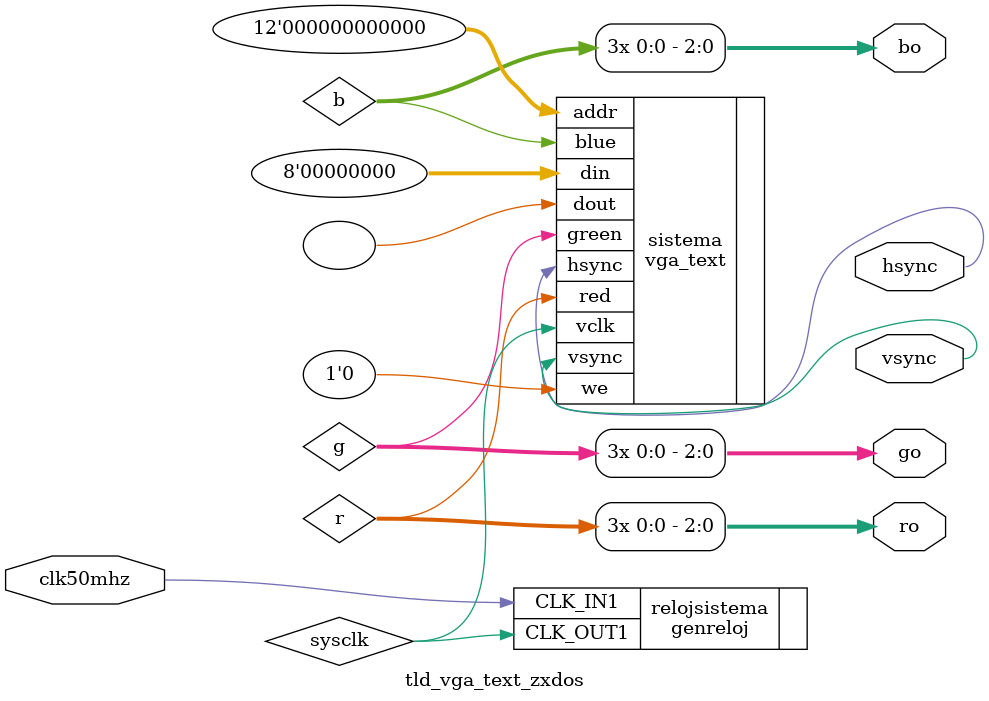
<source format=v>
/*
 * This file is part of the FPGA simple VGA project
 * Copyright (c) 2019 Miguel Angel Rodriguez Jodar.
 * 
 * This program is free software: you can redistribute it and/or modify  
 * it under the terms of the GNU General Public License as published by  
 * the Free Software Foundation, version 3.
 *
 * This program is distributed in the hope that it will be useful, but 
 * WITHOUT ANY WARRANTY; without even the implied warranty of 
 * MERCHANTABILITY or FITNESS FOR A PARTICULAR PURPOSE. See the GNU
 * General Public License for more details.
 *
 * You should have received a copy of the GNU General Public License 
 * along with this program. If not, see <http://www.gnu.org/licenses/>.
 */

`timescale 1ns / 1ns
`default_nettype none

module tld_vga_text_zxdos (
  input wire clk50mhz,
  // VGA
  output wire [2:0] ro,
  output wire [2:0] go,
  output wire [2:0] bo,
  output wire hsync,
  output wire vsync
  );

  wire sysclk;
  genreloj relojsistema (
    .CLK_IN1(clk50mhz),
    .CLK_OUT1(sysclk)
    );

  wire r,g,b;
  assign ro = {r,r,r};
  assign go = {g,g,g};
  assign bo = {b,b,b};  
  vga_text sistema (
    .vclk(sysclk),
    // interface video RAM
    .addr(12'h0000),
    .din(8'h00),
    .we(1'b0),
    .dout(),
    // VGA output
    .red(r),
    .green(g),
    .blue(b),
    .hsync(hsync),
    .vsync(vsync)
  );
endmodule

`default_nettype wire

</source>
